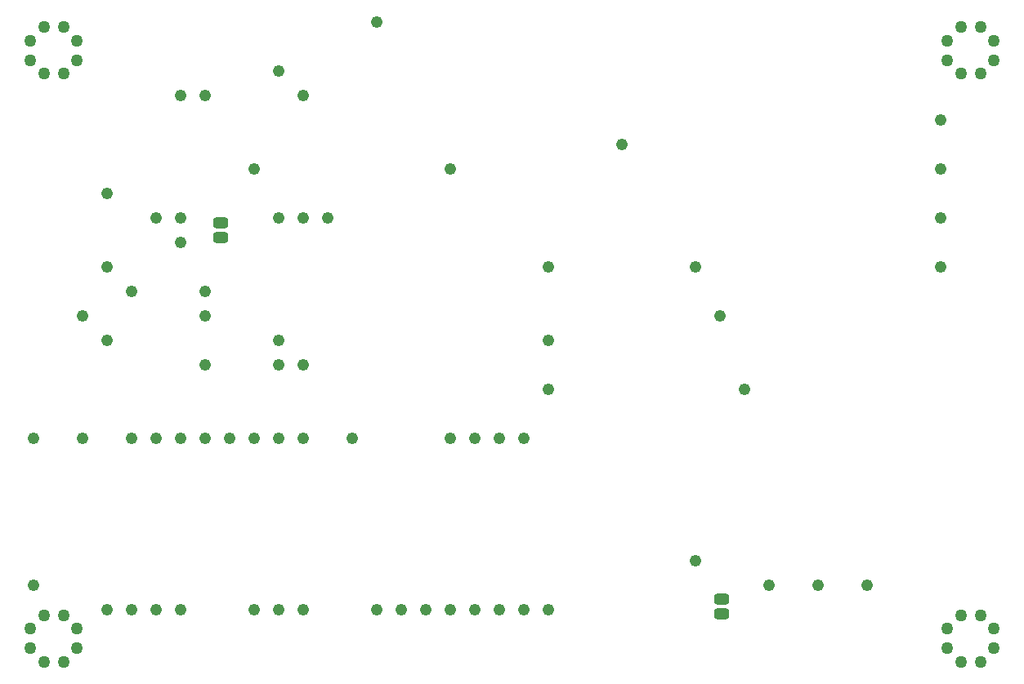
<source format=gbp>
%FSLAX24Y24*%
%MOIN*%
G70*
G01*
G75*
G04 Layer_Color=128*
%ADD10C,0.0650*%
%ADD11R,0.0600X0.0120*%
%ADD12R,0.0120X0.0600*%
G04:AMPARAMS|DCode=13|XSize=11mil|YSize=31.5mil|CornerRadius=4.4mil|HoleSize=0mil|Usage=FLASHONLY|Rotation=180.000|XOffset=0mil|YOffset=0mil|HoleType=Round|Shape=RoundedRectangle|*
%AMROUNDEDRECTD13*
21,1,0.0110,0.0227,0,0,180.0*
21,1,0.0022,0.0315,0,0,180.0*
1,1,0.0088,-0.0011,0.0113*
1,1,0.0088,0.0011,0.0113*
1,1,0.0088,0.0011,-0.0113*
1,1,0.0088,-0.0011,-0.0113*
%
%ADD13ROUNDEDRECTD13*%
G04:AMPARAMS|DCode=14|XSize=11mil|YSize=31.5mil|CornerRadius=4.4mil|HoleSize=0mil|Usage=FLASHONLY|Rotation=270.000|XOffset=0mil|YOffset=0mil|HoleType=Round|Shape=RoundedRectangle|*
%AMROUNDEDRECTD14*
21,1,0.0110,0.0227,0,0,270.0*
21,1,0.0022,0.0315,0,0,270.0*
1,1,0.0088,-0.0113,-0.0011*
1,1,0.0088,-0.0113,0.0011*
1,1,0.0088,0.0113,0.0011*
1,1,0.0088,0.0113,-0.0011*
%
%ADD14ROUNDEDRECTD14*%
%ADD15R,0.1370X0.1370*%
%ADD16R,0.1370X0.1370*%
%ADD17R,0.0236X0.1319*%
G04:AMPARAMS|DCode=18|XSize=40mil|YSize=40mil|CornerRadius=20mil|HoleSize=0mil|Usage=FLASHONLY|Rotation=0.000|XOffset=0mil|YOffset=0mil|HoleType=Round|Shape=RoundedRectangle|*
%AMROUNDEDRECTD18*
21,1,0.0400,0.0000,0,0,0.0*
21,1,0.0000,0.0400,0,0,0.0*
1,1,0.0400,0.0000,0.0000*
1,1,0.0400,0.0000,0.0000*
1,1,0.0400,0.0000,0.0000*
1,1,0.0400,0.0000,0.0000*
%
%ADD18ROUNDEDRECTD18*%
%ADD19R,0.0480X0.0480*%
%ADD20R,0.0480X0.0480*%
%ADD21R,0.0420X0.0520*%
%ADD22R,0.0354X0.1299*%
%ADD23R,0.0240X0.0240*%
%ADD24R,0.1260X0.0630*%
%ADD25R,0.0402X0.0118*%
%ADD26R,0.0681X0.0748*%
%ADD27R,0.0360X0.0320*%
%ADD28R,0.1970X0.1700*%
%ADD29R,0.0280X0.0560*%
%ADD30R,0.0280X0.0200*%
%ADD31R,0.0200X0.0280*%
%ADD32R,0.0790X0.0790*%
%ADD33R,0.0790X0.0790*%
%ADD34R,0.0500X0.0150*%
G04:AMPARAMS|DCode=35|XSize=63mil|YSize=71mil|CornerRadius=15.8mil|HoleSize=0mil|Usage=FLASHONLY|Rotation=270.000|XOffset=0mil|YOffset=0mil|HoleType=Round|Shape=RoundedRectangle|*
%AMROUNDEDRECTD35*
21,1,0.0630,0.0395,0,0,270.0*
21,1,0.0315,0.0710,0,0,270.0*
1,1,0.0315,-0.0198,-0.0158*
1,1,0.0315,-0.0198,0.0158*
1,1,0.0315,0.0198,0.0158*
1,1,0.0315,0.0198,-0.0158*
%
%ADD35ROUNDEDRECTD35*%
G04:AMPARAMS|DCode=36|XSize=29.1mil|YSize=39.4mil|CornerRadius=5.8mil|HoleSize=0mil|Usage=FLASHONLY|Rotation=90.000|XOffset=0mil|YOffset=0mil|HoleType=Round|Shape=RoundedRectangle|*
%AMROUNDEDRECTD36*
21,1,0.0291,0.0277,0,0,90.0*
21,1,0.0175,0.0394,0,0,90.0*
1,1,0.0117,0.0139,0.0087*
1,1,0.0117,0.0139,-0.0087*
1,1,0.0117,-0.0139,-0.0087*
1,1,0.0117,-0.0139,0.0087*
%
%ADD36ROUNDEDRECTD36*%
G04:AMPARAMS|DCode=37|XSize=29.1mil|YSize=39.4mil|CornerRadius=5.8mil|HoleSize=0mil|Usage=FLASHONLY|Rotation=180.000|XOffset=0mil|YOffset=0mil|HoleType=Round|Shape=RoundedRectangle|*
%AMROUNDEDRECTD37*
21,1,0.0291,0.0277,0,0,180.0*
21,1,0.0175,0.0394,0,0,180.0*
1,1,0.0117,-0.0087,0.0139*
1,1,0.0117,0.0087,0.0139*
1,1,0.0117,0.0087,-0.0139*
1,1,0.0117,-0.0087,-0.0139*
%
%ADD37ROUNDEDRECTD37*%
G04:AMPARAMS|DCode=38|XSize=22mil|YSize=24mil|CornerRadius=4.4mil|HoleSize=0mil|Usage=FLASHONLY|Rotation=0.000|XOffset=0mil|YOffset=0mil|HoleType=Round|Shape=RoundedRectangle|*
%AMROUNDEDRECTD38*
21,1,0.0220,0.0152,0,0,0.0*
21,1,0.0132,0.0240,0,0,0.0*
1,1,0.0088,0.0066,-0.0076*
1,1,0.0088,-0.0066,-0.0076*
1,1,0.0088,-0.0066,0.0076*
1,1,0.0088,0.0066,0.0076*
%
%ADD38ROUNDEDRECTD38*%
G04:AMPARAMS|DCode=39|XSize=22mil|YSize=24mil|CornerRadius=4.4mil|HoleSize=0mil|Usage=FLASHONLY|Rotation=270.000|XOffset=0mil|YOffset=0mil|HoleType=Round|Shape=RoundedRectangle|*
%AMROUNDEDRECTD39*
21,1,0.0220,0.0152,0,0,270.0*
21,1,0.0132,0.0240,0,0,270.0*
1,1,0.0088,-0.0076,-0.0066*
1,1,0.0088,-0.0076,0.0066*
1,1,0.0088,0.0076,0.0066*
1,1,0.0088,0.0076,-0.0066*
%
%ADD39ROUNDEDRECTD39*%
%ADD40R,0.0543X0.0709*%
%ADD41R,0.0200X0.0260*%
%ADD42R,0.0433X0.0669*%
G04:AMPARAMS|DCode=43|XSize=52mil|YSize=60mil|CornerRadius=13mil|HoleSize=0mil|Usage=FLASHONLY|Rotation=180.000|XOffset=0mil|YOffset=0mil|HoleType=Round|Shape=RoundedRectangle|*
%AMROUNDEDRECTD43*
21,1,0.0520,0.0340,0,0,180.0*
21,1,0.0260,0.0600,0,0,180.0*
1,1,0.0260,-0.0130,0.0170*
1,1,0.0260,0.0130,0.0170*
1,1,0.0260,0.0130,-0.0170*
1,1,0.0260,-0.0130,-0.0170*
%
%ADD43ROUNDEDRECTD43*%
G04:AMPARAMS|DCode=44|XSize=52mil|YSize=60mil|CornerRadius=13mil|HoleSize=0mil|Usage=FLASHONLY|Rotation=270.000|XOffset=0mil|YOffset=0mil|HoleType=Round|Shape=RoundedRectangle|*
%AMROUNDEDRECTD44*
21,1,0.0520,0.0340,0,0,270.0*
21,1,0.0260,0.0600,0,0,270.0*
1,1,0.0260,-0.0170,-0.0130*
1,1,0.0260,-0.0170,0.0130*
1,1,0.0260,0.0170,0.0130*
1,1,0.0260,0.0170,-0.0130*
%
%ADD44ROUNDEDRECTD44*%
%ADD45R,0.1673X0.0465*%
%ADD46C,0.0600*%
G04:AMPARAMS|DCode=47|XSize=50mil|YSize=50mil|CornerRadius=25mil|HoleSize=0mil|Usage=FLASHONLY|Rotation=90.000|XOffset=0mil|YOffset=0mil|HoleType=Round|Shape=RoundedRectangle|*
%AMROUNDEDRECTD47*
21,1,0.0500,0.0000,0,0,90.0*
21,1,0.0000,0.0500,0,0,90.0*
1,1,0.0500,0.0000,0.0000*
1,1,0.0500,0.0000,0.0000*
1,1,0.0500,0.0000,0.0000*
1,1,0.0500,0.0000,0.0000*
%
%ADD47ROUNDEDRECTD47*%
%ADD48C,0.0500*%
%ADD49C,0.0240*%
%ADD50C,0.0080*%
%ADD51C,0.0200*%
%ADD52C,0.0100*%
%ADD53C,0.0070*%
%ADD54C,0.0320*%
%ADD55C,0.0120*%
%ADD56C,0.0600*%
%ADD57C,0.0400*%
%ADD58C,0.0250*%
%ADD59C,0.0160*%
%ADD60R,0.1299X0.1063*%
%ADD61R,0.1575X0.0984*%
%ADD62R,0.1929X0.1457*%
%ADD63R,0.0551X0.0472*%
%ADD64O,0.0540X0.0360*%
%ADD65C,0.0360*%
%ADD66O,0.0600X0.1200*%
%ADD67P,0.0758X8X292.5*%
%ADD68C,0.1000*%
%ADD69O,0.1200X0.0600*%
%ADD70O,0.1024X0.0591*%
%ADD71C,0.0591*%
%ADD72R,0.0591X0.0591*%
%ADD73C,0.1305*%
%ADD74C,0.0540*%
%ADD75O,0.1650X0.0825*%
%ADD76O,0.0825X0.1650*%
%ADD77P,0.0909X8X112.5*%
%ADD78C,0.0840*%
%ADD79P,0.0909X8X22.5*%
G04:AMPARAMS|DCode=80|XSize=133.9mil|YSize=200mil|CornerRadius=0mil|HoleSize=0mil|Usage=FLASHONLY|Rotation=270.000|XOffset=0mil|YOffset=0mil|HoleType=Round|Shape=Octagon|*
%AMOCTAGOND80*
4,1,8,0.1000,0.0335,0.1000,-0.0335,0.0665,-0.0669,-0.0665,-0.0669,-0.1000,-0.0335,-0.1000,0.0335,-0.0665,0.0669,0.0665,0.0669,0.1000,0.0335,0.0*
%
%ADD80OCTAGOND80*%

G04:AMPARAMS|DCode=81|XSize=140mil|YSize=200mil|CornerRadius=0mil|HoleSize=0mil|Usage=FLASHONLY|Rotation=270.000|XOffset=0mil|YOffset=0mil|HoleType=Round|Shape=Octagon|*
%AMOCTAGOND81*
4,1,8,0.1000,0.0350,0.1000,-0.0350,0.0650,-0.0700,-0.0650,-0.0700,-0.1000,-0.0350,-0.1000,0.0350,-0.0650,0.0700,0.0650,0.0700,0.1000,0.0350,0.0*
%
%ADD81OCTAGOND81*%

%ADD82P,0.0671X8X22.5*%
%ADD83C,0.0800*%
%ADD84C,0.0300*%
%ADD85C,0.0500*%
%ADD86C,0.0400*%
%ADD87C,0.0320*%
%ADD88C,0.0460*%
G04:AMPARAMS|DCode=89|XSize=82mil|YSize=82mil|CornerRadius=0mil|HoleSize=0mil|Usage=FLASHONLY|Rotation=0.000|XOffset=0mil|YOffset=0mil|HoleType=Round|Shape=Relief|Width=10mil|Gap=10mil|Entries=4|*
%AMTHD89*
7,0,0,0.0820,0.0620,0.0100,45*
%
%ADD89THD89*%
%ADD90C,0.0640*%
G04:AMPARAMS|DCode=91|XSize=100mil|YSize=100mil|CornerRadius=0mil|HoleSize=0mil|Usage=FLASHONLY|Rotation=0.000|XOffset=0mil|YOffset=0mil|HoleType=Round|Shape=Relief|Width=10mil|Gap=10mil|Entries=4|*
%AMTHD91*
7,0,0,0.1000,0.0800,0.0100,45*
%
%ADD91THD91*%
%ADD92C,0.0830*%
%ADD93C,0.0594*%
G04:AMPARAMS|DCode=94|XSize=95.433mil|YSize=95.433mil|CornerRadius=0mil|HoleSize=0mil|Usage=FLASHONLY|Rotation=0.000|XOffset=0mil|YOffset=0mil|HoleType=Round|Shape=Relief|Width=10mil|Gap=10mil|Entries=4|*
%AMTHD94*
7,0,0,0.0954,0.0754,0.0100,45*
%
%ADD94THD94*%
%ADD95C,0.1110*%
G04:AMPARAMS|DCode=96|XSize=98mil|YSize=98mil|CornerRadius=0mil|HoleSize=0mil|Usage=FLASHONLY|Rotation=0.000|XOffset=0mil|YOffset=0mil|HoleType=Round|Shape=Relief|Width=10mil|Gap=10mil|Entries=4|*
%AMTHD96*
7,0,0,0.0980,0.0780,0.0100,45*
%
%ADD96THD96*%
%ADD97C,0.0620*%
%ADD98C,0.0790*%
G04:AMPARAMS|DCode=99|XSize=115mil|YSize=115mil|CornerRadius=0mil|HoleSize=0mil|Usage=FLASHONLY|Rotation=0.000|XOffset=0mil|YOffset=0mil|HoleType=Round|Shape=Relief|Width=10mil|Gap=10mil|Entries=4|*
%AMTHD99*
7,0,0,0.1150,0.0950,0.0100,45*
%
%ADD99THD99*%
%ADD100C,0.1240*%
%ADD101C,0.0390*%
%ADD102C,0.1421*%
%ADD103C,0.0520*%
%ADD104C,0.1400*%
%ADD105C,0.0800*%
%ADD106C,0.1040*%
%ADD107C,0.1300*%
%ADD108R,0.4094X0.4331*%
%ADD109R,0.3425X0.4284*%
%ADD110R,0.3583X0.4284*%
%ADD111R,0.3622X0.4331*%
G04:AMPARAMS|DCode=112|XSize=46mil|YSize=63mil|CornerRadius=11.5mil|HoleSize=0mil|Usage=FLASHONLY|Rotation=270.000|XOffset=0mil|YOffset=0mil|HoleType=Round|Shape=RoundedRectangle|*
%AMROUNDEDRECTD112*
21,1,0.0460,0.0400,0,0,270.0*
21,1,0.0230,0.0630,0,0,270.0*
1,1,0.0230,-0.0200,-0.0115*
1,1,0.0230,-0.0200,0.0115*
1,1,0.0230,0.0200,0.0115*
1,1,0.0230,0.0200,-0.0115*
%
%ADD112ROUNDEDRECTD112*%
G04:AMPARAMS|DCode=113|XSize=50mil|YSize=50mil|CornerRadius=25mil|HoleSize=0mil|Usage=FLASHONLY|Rotation=0.000|XOffset=0mil|YOffset=0mil|HoleType=Round|Shape=RoundedRectangle|*
%AMROUNDEDRECTD113*
21,1,0.0500,0.0000,0,0,0.0*
21,1,0.0000,0.0500,0,0,0.0*
1,1,0.0500,0.0000,0.0000*
1,1,0.0500,0.0000,0.0000*
1,1,0.0500,0.0000,0.0000*
1,1,0.0500,0.0000,0.0000*
%
%ADD113ROUNDEDRECTD113*%
%ADD114C,0.0098*%
%ADD115C,0.0050*%
%ADD116C,0.0000*%
%ADD117C,0.0060*%
%ADD118C,0.0079*%
%ADD119C,0.0040*%
%ADD120R,0.0120X0.0059*%
%ADD121R,0.0120X0.0060*%
%ADD122R,0.0120X0.0119*%
%ADD123R,0.0059X0.0120*%
%ADD124R,0.0060X0.0120*%
%ADD125R,0.0119X0.0120*%
%ADD126R,0.2450X0.0492*%
%ADD127R,0.0879X0.0295*%
%ADD128R,0.0295X0.0879*%
%ADD129R,0.0580X0.0100*%
%ADD130R,0.0100X0.0580*%
G04:AMPARAMS|DCode=131|XSize=9mil|YSize=29.5mil|CornerRadius=3.4mil|HoleSize=0mil|Usage=FLASHONLY|Rotation=180.000|XOffset=0mil|YOffset=0mil|HoleType=Round|Shape=RoundedRectangle|*
%AMROUNDEDRECTD131*
21,1,0.0090,0.0227,0,0,180.0*
21,1,0.0022,0.0295,0,0,180.0*
1,1,0.0068,-0.0011,0.0113*
1,1,0.0068,0.0011,0.0113*
1,1,0.0068,0.0011,-0.0113*
1,1,0.0068,-0.0011,-0.0113*
%
%ADD131ROUNDEDRECTD131*%
G04:AMPARAMS|DCode=132|XSize=9mil|YSize=29.5mil|CornerRadius=3.4mil|HoleSize=0mil|Usage=FLASHONLY|Rotation=270.000|XOffset=0mil|YOffset=0mil|HoleType=Round|Shape=RoundedRectangle|*
%AMROUNDEDRECTD132*
21,1,0.0090,0.0227,0,0,270.0*
21,1,0.0022,0.0295,0,0,270.0*
1,1,0.0068,-0.0113,-0.0011*
1,1,0.0068,-0.0113,0.0011*
1,1,0.0068,0.0113,0.0011*
1,1,0.0068,0.0113,-0.0011*
%
%ADD132ROUNDEDRECTD132*%
%ADD133R,0.0216X0.1299*%
%ADD134R,0.0460X0.0460*%
%ADD135R,0.0460X0.0460*%
%ADD136R,0.0400X0.0500*%
%ADD137R,0.0334X0.1279*%
%ADD138R,0.0220X0.0220*%
%ADD139R,0.1240X0.0610*%
%ADD140R,0.0382X0.0098*%
%ADD141R,0.0661X0.0728*%
%ADD142R,0.0340X0.0300*%
%ADD143R,0.1950X0.1680*%
%ADD144R,0.0260X0.0540*%
%ADD145R,0.0260X0.0180*%
%ADD146R,0.0180X0.0260*%
%ADD147R,0.0770X0.0770*%
%ADD148R,0.0770X0.0770*%
%ADD149R,0.0480X0.0130*%
G04:AMPARAMS|DCode=150|XSize=61mil|YSize=69mil|CornerRadius=14.8mil|HoleSize=0mil|Usage=FLASHONLY|Rotation=270.000|XOffset=0mil|YOffset=0mil|HoleType=Round|Shape=RoundedRectangle|*
%AMROUNDEDRECTD150*
21,1,0.0610,0.0395,0,0,270.0*
21,1,0.0315,0.0690,0,0,270.0*
1,1,0.0295,-0.0198,-0.0158*
1,1,0.0295,-0.0198,0.0158*
1,1,0.0295,0.0198,0.0158*
1,1,0.0295,0.0198,-0.0158*
%
%ADD150ROUNDEDRECTD150*%
G04:AMPARAMS|DCode=151|XSize=27.1mil|YSize=37.4mil|CornerRadius=4.8mil|HoleSize=0mil|Usage=FLASHONLY|Rotation=90.000|XOffset=0mil|YOffset=0mil|HoleType=Round|Shape=RoundedRectangle|*
%AMROUNDEDRECTD151*
21,1,0.0271,0.0277,0,0,90.0*
21,1,0.0175,0.0374,0,0,90.0*
1,1,0.0097,0.0139,0.0087*
1,1,0.0097,0.0139,-0.0087*
1,1,0.0097,-0.0139,-0.0087*
1,1,0.0097,-0.0139,0.0087*
%
%ADD151ROUNDEDRECTD151*%
G04:AMPARAMS|DCode=152|XSize=27.1mil|YSize=37.4mil|CornerRadius=4.8mil|HoleSize=0mil|Usage=FLASHONLY|Rotation=180.000|XOffset=0mil|YOffset=0mil|HoleType=Round|Shape=RoundedRectangle|*
%AMROUNDEDRECTD152*
21,1,0.0271,0.0277,0,0,180.0*
21,1,0.0175,0.0374,0,0,180.0*
1,1,0.0097,-0.0087,0.0139*
1,1,0.0097,0.0087,0.0139*
1,1,0.0097,0.0087,-0.0139*
1,1,0.0097,-0.0087,-0.0139*
%
%ADD152ROUNDEDRECTD152*%
G04:AMPARAMS|DCode=153|XSize=20mil|YSize=22mil|CornerRadius=3.4mil|HoleSize=0mil|Usage=FLASHONLY|Rotation=0.000|XOffset=0mil|YOffset=0mil|HoleType=Round|Shape=RoundedRectangle|*
%AMROUNDEDRECTD153*
21,1,0.0200,0.0152,0,0,0.0*
21,1,0.0132,0.0220,0,0,0.0*
1,1,0.0068,0.0066,-0.0076*
1,1,0.0068,-0.0066,-0.0076*
1,1,0.0068,-0.0066,0.0076*
1,1,0.0068,0.0066,0.0076*
%
%ADD153ROUNDEDRECTD153*%
G04:AMPARAMS|DCode=154|XSize=20mil|YSize=22mil|CornerRadius=3.4mil|HoleSize=0mil|Usage=FLASHONLY|Rotation=270.000|XOffset=0mil|YOffset=0mil|HoleType=Round|Shape=RoundedRectangle|*
%AMROUNDEDRECTD154*
21,1,0.0200,0.0152,0,0,270.0*
21,1,0.0132,0.0220,0,0,270.0*
1,1,0.0068,-0.0076,-0.0066*
1,1,0.0068,-0.0076,0.0066*
1,1,0.0068,0.0076,0.0066*
1,1,0.0068,0.0076,-0.0066*
%
%ADD154ROUNDEDRECTD154*%
%ADD155R,0.0523X0.0689*%
%ADD156R,0.0180X0.0240*%
%ADD157R,0.0413X0.0649*%
G04:AMPARAMS|DCode=158|XSize=50mil|YSize=58mil|CornerRadius=12mil|HoleSize=0mil|Usage=FLASHONLY|Rotation=180.000|XOffset=0mil|YOffset=0mil|HoleType=Round|Shape=RoundedRectangle|*
%AMROUNDEDRECTD158*
21,1,0.0500,0.0340,0,0,180.0*
21,1,0.0260,0.0580,0,0,180.0*
1,1,0.0240,-0.0130,0.0170*
1,1,0.0240,0.0130,0.0170*
1,1,0.0240,0.0130,-0.0170*
1,1,0.0240,-0.0130,-0.0170*
%
%ADD158ROUNDEDRECTD158*%
G04:AMPARAMS|DCode=159|XSize=50mil|YSize=58mil|CornerRadius=12mil|HoleSize=0mil|Usage=FLASHONLY|Rotation=270.000|XOffset=0mil|YOffset=0mil|HoleType=Round|Shape=RoundedRectangle|*
%AMROUNDEDRECTD159*
21,1,0.0500,0.0340,0,0,270.0*
21,1,0.0260,0.0580,0,0,270.0*
1,1,0.0240,-0.0170,-0.0130*
1,1,0.0240,-0.0170,0.0130*
1,1,0.0240,0.0170,0.0130*
1,1,0.0240,0.0170,-0.0130*
%
%ADD159ROUNDEDRECTD159*%
%ADD160R,0.1653X0.0445*%
G04:AMPARAMS|DCode=161|XSize=48mil|YSize=48mil|CornerRadius=24mil|HoleSize=0mil|Usage=FLASHONLY|Rotation=90.000|XOffset=0mil|YOffset=0mil|HoleType=Round|Shape=RoundedRectangle|*
%AMROUNDEDRECTD161*
21,1,0.0480,0.0000,0,0,90.0*
21,1,0.0000,0.0480,0,0,90.0*
1,1,0.0480,0.0000,0.0000*
1,1,0.0480,0.0000,0.0000*
1,1,0.0480,0.0000,0.0000*
1,1,0.0480,0.0000,0.0000*
%
%ADD161ROUNDEDRECTD161*%
%ADD162C,0.0150*%
%ADD163C,0.0394*%
%ADD164R,0.0460X0.0130*%
%ADD165R,0.0530X0.0170*%
%ADD166R,0.0680X0.0200*%
%ADD167R,0.0200X0.0680*%
G04:AMPARAMS|DCode=168|XSize=15mil|YSize=35.4mil|CornerRadius=6.4mil|HoleSize=0mil|Usage=FLASHONLY|Rotation=180.000|XOffset=0mil|YOffset=0mil|HoleType=Round|Shape=RoundedRectangle|*
%AMROUNDEDRECTD168*
21,1,0.0150,0.0227,0,0,180.0*
21,1,0.0022,0.0354,0,0,180.0*
1,1,0.0128,-0.0011,0.0113*
1,1,0.0128,0.0011,0.0113*
1,1,0.0128,0.0011,-0.0113*
1,1,0.0128,-0.0011,-0.0113*
%
%ADD168ROUNDEDRECTD168*%
G04:AMPARAMS|DCode=169|XSize=15mil|YSize=35.4mil|CornerRadius=6.4mil|HoleSize=0mil|Usage=FLASHONLY|Rotation=270.000|XOffset=0mil|YOffset=0mil|HoleType=Round|Shape=RoundedRectangle|*
%AMROUNDEDRECTD169*
21,1,0.0150,0.0227,0,0,270.0*
21,1,0.0022,0.0354,0,0,270.0*
1,1,0.0128,-0.0113,-0.0011*
1,1,0.0128,-0.0113,0.0011*
1,1,0.0128,0.0113,0.0011*
1,1,0.0128,0.0113,-0.0011*
%
%ADD169ROUNDEDRECTD169*%
%ADD170R,0.0296X0.1379*%
G04:AMPARAMS|DCode=171|XSize=80mil|YSize=80mil|CornerRadius=40mil|HoleSize=0mil|Usage=FLASHONLY|Rotation=0.000|XOffset=0mil|YOffset=0mil|HoleType=Round|Shape=RoundedRectangle|*
%AMROUNDEDRECTD171*
21,1,0.0800,0.0000,0,0,0.0*
21,1,0.0000,0.0800,0,0,0.0*
1,1,0.0800,0.0000,0.0000*
1,1,0.0800,0.0000,0.0000*
1,1,0.0800,0.0000,0.0000*
1,1,0.0800,0.0000,0.0000*
%
%ADD171ROUNDEDRECTD171*%
%ADD172R,0.0540X0.0540*%
%ADD173R,0.0540X0.0540*%
%ADD174R,0.0480X0.0580*%
%ADD175R,0.0414X0.1359*%
%ADD176R,0.0300X0.0300*%
%ADD177R,0.1320X0.0690*%
%ADD178R,0.0482X0.0198*%
%ADD179R,0.0741X0.0808*%
%ADD180R,0.0420X0.0380*%
%ADD181R,0.2030X0.1760*%
%ADD182R,0.0340X0.0620*%
%ADD183R,0.0340X0.0260*%
%ADD184R,0.0260X0.0340*%
%ADD185R,0.0850X0.0850*%
%ADD186R,0.0850X0.0850*%
%ADD187R,0.0560X0.0210*%
G04:AMPARAMS|DCode=188|XSize=69mil|YSize=77mil|CornerRadius=18.8mil|HoleSize=0mil|Usage=FLASHONLY|Rotation=270.000|XOffset=0mil|YOffset=0mil|HoleType=Round|Shape=RoundedRectangle|*
%AMROUNDEDRECTD188*
21,1,0.0690,0.0395,0,0,270.0*
21,1,0.0315,0.0770,0,0,270.0*
1,1,0.0375,-0.0198,-0.0158*
1,1,0.0375,-0.0198,0.0158*
1,1,0.0375,0.0198,0.0158*
1,1,0.0375,0.0198,-0.0158*
%
%ADD188ROUNDEDRECTD188*%
G04:AMPARAMS|DCode=189|XSize=35.1mil|YSize=45.4mil|CornerRadius=8.8mil|HoleSize=0mil|Usage=FLASHONLY|Rotation=90.000|XOffset=0mil|YOffset=0mil|HoleType=Round|Shape=RoundedRectangle|*
%AMROUNDEDRECTD189*
21,1,0.0351,0.0277,0,0,90.0*
21,1,0.0175,0.0454,0,0,90.0*
1,1,0.0177,0.0139,0.0087*
1,1,0.0177,0.0139,-0.0087*
1,1,0.0177,-0.0139,-0.0087*
1,1,0.0177,-0.0139,0.0087*
%
%ADD189ROUNDEDRECTD189*%
G04:AMPARAMS|DCode=190|XSize=35.1mil|YSize=45.4mil|CornerRadius=8.8mil|HoleSize=0mil|Usage=FLASHONLY|Rotation=180.000|XOffset=0mil|YOffset=0mil|HoleType=Round|Shape=RoundedRectangle|*
%AMROUNDEDRECTD190*
21,1,0.0351,0.0277,0,0,180.0*
21,1,0.0175,0.0454,0,0,180.0*
1,1,0.0177,-0.0087,0.0139*
1,1,0.0177,0.0087,0.0139*
1,1,0.0177,0.0087,-0.0139*
1,1,0.0177,-0.0087,-0.0139*
%
%ADD190ROUNDEDRECTD190*%
G04:AMPARAMS|DCode=191|XSize=28mil|YSize=30mil|CornerRadius=7.4mil|HoleSize=0mil|Usage=FLASHONLY|Rotation=0.000|XOffset=0mil|YOffset=0mil|HoleType=Round|Shape=RoundedRectangle|*
%AMROUNDEDRECTD191*
21,1,0.0280,0.0152,0,0,0.0*
21,1,0.0132,0.0300,0,0,0.0*
1,1,0.0148,0.0066,-0.0076*
1,1,0.0148,-0.0066,-0.0076*
1,1,0.0148,-0.0066,0.0076*
1,1,0.0148,0.0066,0.0076*
%
%ADD191ROUNDEDRECTD191*%
G04:AMPARAMS|DCode=192|XSize=28mil|YSize=30mil|CornerRadius=7.4mil|HoleSize=0mil|Usage=FLASHONLY|Rotation=270.000|XOffset=0mil|YOffset=0mil|HoleType=Round|Shape=RoundedRectangle|*
%AMROUNDEDRECTD192*
21,1,0.0280,0.0152,0,0,270.0*
21,1,0.0132,0.0300,0,0,270.0*
1,1,0.0148,-0.0076,-0.0066*
1,1,0.0148,-0.0076,0.0066*
1,1,0.0148,0.0076,0.0066*
1,1,0.0148,0.0076,-0.0066*
%
%ADD192ROUNDEDRECTD192*%
%ADD193R,0.0603X0.0769*%
%ADD194R,0.0260X0.0320*%
%ADD195R,0.0493X0.0729*%
G04:AMPARAMS|DCode=196|XSize=58mil|YSize=66mil|CornerRadius=16mil|HoleSize=0mil|Usage=FLASHONLY|Rotation=180.000|XOffset=0mil|YOffset=0mil|HoleType=Round|Shape=RoundedRectangle|*
%AMROUNDEDRECTD196*
21,1,0.0580,0.0340,0,0,180.0*
21,1,0.0260,0.0660,0,0,180.0*
1,1,0.0320,-0.0130,0.0170*
1,1,0.0320,0.0130,0.0170*
1,1,0.0320,0.0130,-0.0170*
1,1,0.0320,-0.0130,-0.0170*
%
%ADD196ROUNDEDRECTD196*%
G04:AMPARAMS|DCode=197|XSize=58mil|YSize=66mil|CornerRadius=16mil|HoleSize=0mil|Usage=FLASHONLY|Rotation=270.000|XOffset=0mil|YOffset=0mil|HoleType=Round|Shape=RoundedRectangle|*
%AMROUNDEDRECTD197*
21,1,0.0580,0.0340,0,0,270.0*
21,1,0.0260,0.0660,0,0,270.0*
1,1,0.0320,-0.0170,-0.0130*
1,1,0.0320,-0.0170,0.0130*
1,1,0.0320,0.0170,0.0130*
1,1,0.0320,0.0170,-0.0130*
%
%ADD197ROUNDEDRECTD197*%
%ADD198R,0.1733X0.0525*%
G04:AMPARAMS|DCode=199|XSize=56mil|YSize=56mil|CornerRadius=28mil|HoleSize=0mil|Usage=FLASHONLY|Rotation=90.000|XOffset=0mil|YOffset=0mil|HoleType=Round|Shape=RoundedRectangle|*
%AMROUNDEDRECTD199*
21,1,0.0560,0.0000,0,0,90.0*
21,1,0.0000,0.0560,0,0,90.0*
1,1,0.0560,0.0000,0.0000*
1,1,0.0560,0.0000,0.0000*
1,1,0.0560,0.0000,0.0000*
1,1,0.0560,0.0000,0.0000*
%
%ADD199ROUNDEDRECTD199*%
%ADD200O,0.0600X0.0420*%
%ADD201C,0.0420*%
%ADD202O,0.0660X0.1260*%
%ADD203P,0.0823X8X292.5*%
%ADD204C,0.1060*%
%ADD205O,0.1260X0.0660*%
%ADD206O,0.1084X0.0651*%
%ADD207C,0.0651*%
%ADD208R,0.0651X0.0651*%
%ADD209C,0.1365*%
%ADD210O,0.1710X0.0885*%
%ADD211O,0.0885X0.1710*%
%ADD212P,0.0974X8X112.5*%
%ADD213C,0.0900*%
%ADD214P,0.0974X8X22.5*%
G04:AMPARAMS|DCode=215|XSize=139.9mil|YSize=206mil|CornerRadius=0mil|HoleSize=0mil|Usage=FLASHONLY|Rotation=270.000|XOffset=0mil|YOffset=0mil|HoleType=Round|Shape=Octagon|*
%AMOCTAGOND215*
4,1,8,0.1030,0.0350,0.1030,-0.0350,0.0680,-0.0699,-0.0680,-0.0699,-0.1030,-0.0350,-0.1030,0.0350,-0.0680,0.0699,0.0680,0.0699,0.1030,0.0350,0.0*
%
%ADD215OCTAGOND215*%

G04:AMPARAMS|DCode=216|XSize=146mil|YSize=206mil|CornerRadius=0mil|HoleSize=0mil|Usage=FLASHONLY|Rotation=270.000|XOffset=0mil|YOffset=0mil|HoleType=Round|Shape=Octagon|*
%AMOCTAGOND216*
4,1,8,0.1030,0.0365,0.1030,-0.0365,0.0665,-0.0730,-0.0665,-0.0730,-0.1030,-0.0365,-0.1030,0.0365,-0.0665,0.0730,0.0665,0.0730,0.1030,0.0365,0.0*
%
%ADD216OCTAGOND216*%

%ADD217P,0.0736X8X22.5*%
%ADD218C,0.0660*%
%ADD219C,0.0860*%
%ADD220C,0.0180*%
%ADD221C,0.0080*%
%ADD222R,0.0704X0.0354*%
G04:AMPARAMS|DCode=223|XSize=52mil|YSize=69mil|CornerRadius=14.5mil|HoleSize=0mil|Usage=FLASHONLY|Rotation=270.000|XOffset=0mil|YOffset=0mil|HoleType=Round|Shape=RoundedRectangle|*
%AMROUNDEDRECTD223*
21,1,0.0520,0.0400,0,0,270.0*
21,1,0.0230,0.0690,0,0,270.0*
1,1,0.0290,-0.0200,-0.0115*
1,1,0.0290,-0.0200,0.0115*
1,1,0.0290,0.0200,0.0115*
1,1,0.0290,0.0200,-0.0115*
%
%ADD223ROUNDEDRECTD223*%
G04:AMPARAMS|DCode=224|XSize=56mil|YSize=56mil|CornerRadius=28mil|HoleSize=0mil|Usage=FLASHONLY|Rotation=0.000|XOffset=0mil|YOffset=0mil|HoleType=Round|Shape=RoundedRectangle|*
%AMROUNDEDRECTD224*
21,1,0.0560,0.0000,0,0,0.0*
21,1,0.0000,0.0560,0,0,0.0*
1,1,0.0560,0.0000,0.0000*
1,1,0.0560,0.0000,0.0000*
1,1,0.0560,0.0000,0.0000*
1,1,0.0560,0.0000,0.0000*
%
%ADD224ROUNDEDRECTD224*%
G04:AMPARAMS|DCode=225|XSize=44mil|YSize=61mil|CornerRadius=10.5mil|HoleSize=0mil|Usage=FLASHONLY|Rotation=270.000|XOffset=0mil|YOffset=0mil|HoleType=Round|Shape=RoundedRectangle|*
%AMROUNDEDRECTD225*
21,1,0.0440,0.0400,0,0,270.0*
21,1,0.0230,0.0610,0,0,270.0*
1,1,0.0210,-0.0200,-0.0115*
1,1,0.0210,-0.0200,0.0115*
1,1,0.0210,0.0200,0.0115*
1,1,0.0210,0.0200,-0.0115*
%
%ADD225ROUNDEDRECTD225*%
G04:AMPARAMS|DCode=226|XSize=48mil|YSize=48mil|CornerRadius=24mil|HoleSize=0mil|Usage=FLASHONLY|Rotation=0.000|XOffset=0mil|YOffset=0mil|HoleType=Round|Shape=RoundedRectangle|*
%AMROUNDEDRECTD226*
21,1,0.0480,0.0000,0,0,0.0*
21,1,0.0000,0.0480,0,0,0.0*
1,1,0.0480,0.0000,0.0000*
1,1,0.0480,0.0000,0.0000*
1,1,0.0480,0.0000,0.0000*
1,1,0.0480,0.0000,0.0000*
%
%ADD226ROUNDEDRECTD226*%
D85*
X50157Y35433D02*
D03*
Y36220D02*
D03*
X49606Y36772D02*
D03*
X48819D02*
D03*
X48268Y36220D02*
D03*
Y35433D02*
D03*
X48819Y34882D02*
D03*
X49606D02*
D03*
X12205D02*
D03*
X11417D02*
D03*
X10866Y35433D02*
D03*
Y36220D02*
D03*
X11417Y36772D02*
D03*
X12205D02*
D03*
X12756Y36220D02*
D03*
Y35433D02*
D03*
Y11417D02*
D03*
Y12205D02*
D03*
X12205Y12756D02*
D03*
X11417D02*
D03*
X10866Y12205D02*
D03*
Y11417D02*
D03*
X11417Y10866D02*
D03*
X12205D02*
D03*
X49606D02*
D03*
X48819D02*
D03*
X48268Y11417D02*
D03*
Y12205D02*
D03*
X48819Y12756D02*
D03*
X49606D02*
D03*
X50157Y12205D02*
D03*
Y11417D02*
D03*
D161*
X32000Y22000D02*
D03*
X35000Y32000D02*
D03*
D225*
X18632Y28794D02*
D03*
Y28194D02*
D03*
X39055Y12830D02*
D03*
Y13430D02*
D03*
D226*
X38000Y15000D02*
D03*
X45000Y14000D02*
D03*
X43000D02*
D03*
X41000D02*
D03*
X25000Y13000D02*
D03*
X29000D02*
D03*
X26000D02*
D03*
X30000D02*
D03*
X32000D02*
D03*
X28000D02*
D03*
X31000D02*
D03*
X27000D02*
D03*
X17000D02*
D03*
X11000Y14000D02*
D03*
X20000Y13000D02*
D03*
X14000D02*
D03*
X16000D02*
D03*
X22000D02*
D03*
X21000D02*
D03*
X15000D02*
D03*
X20000Y31000D02*
D03*
X25000Y37000D02*
D03*
X13000Y25000D02*
D03*
X14000Y24000D02*
D03*
X17000Y29000D02*
D03*
X14000Y30000D02*
D03*
X16000Y29000D02*
D03*
X17000Y28000D02*
D03*
X22000Y34000D02*
D03*
X21000Y35000D02*
D03*
X18000Y34000D02*
D03*
X17000D02*
D03*
X23000Y29000D02*
D03*
X28000Y31000D02*
D03*
X22000Y29000D02*
D03*
X21000D02*
D03*
X40000Y22000D02*
D03*
X32000Y27000D02*
D03*
Y24000D02*
D03*
X31000Y20000D02*
D03*
X28000D02*
D03*
X30000D02*
D03*
X29000D02*
D03*
X24000D02*
D03*
X20000D02*
D03*
X22000D02*
D03*
X21000D02*
D03*
X19000D02*
D03*
X16000D02*
D03*
X18000D02*
D03*
X17000D02*
D03*
X15000D02*
D03*
X11000D02*
D03*
X13000D02*
D03*
X48000Y31000D02*
D03*
Y27000D02*
D03*
Y33000D02*
D03*
Y29000D02*
D03*
X38000Y27000D02*
D03*
X39000Y25000D02*
D03*
X18000Y23000D02*
D03*
Y25000D02*
D03*
Y26000D02*
D03*
X15000D02*
D03*
X14000Y27000D02*
D03*
X21000Y24000D02*
D03*
X22000Y23000D02*
D03*
X21000D02*
D03*
M02*

</source>
